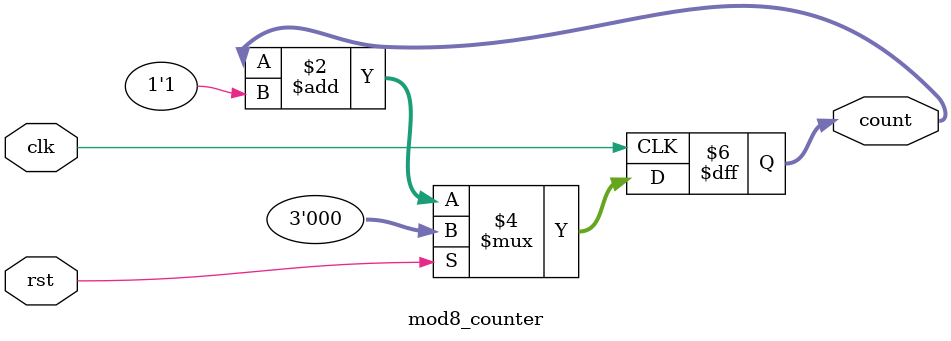
<source format=v>
module mod8_counter(clk,rst,count);
input clk,rst;
output reg[2:0] count;
always @(posedge clk)
begin
if (rst)
 count <= 3'b000;
else
 count <= count + 1'b1; 
end
endmodule

</source>
